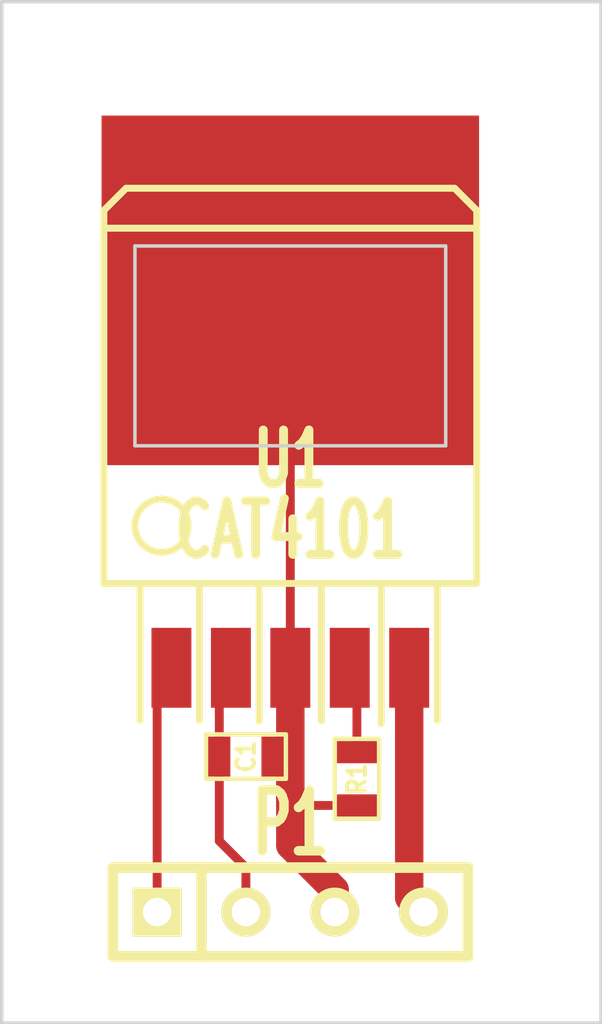
<source format=kicad_pcb>
(kicad_pcb (version 3) (host pcbnew "(22-Jun-2014 BZR 4027)-stable")

  (general
    (links 9)
    (no_connects 0)
    (area 43.764999 22.809999 61.010001 52.120001)
    (thickness 1.6)
    (drawings 8)
    (tracks 21)
    (zones 0)
    (modules 4)
    (nets 6)
  )

  (page A3)
  (layers
    (15 F.Cu signal)
    (0 B.Cu signal)
    (16 B.Adhes user)
    (17 F.Adhes user)
    (18 B.Paste user)
    (19 F.Paste user)
    (20 B.SilkS user)
    (21 F.SilkS user)
    (22 B.Mask user)
    (23 F.Mask user)
    (24 Dwgs.User user)
    (25 Cmts.User user)
    (26 Eco1.User user)
    (27 Eco2.User user)
    (28 Edge.Cuts user)
  )

  (setup
    (last_trace_width 0.3048)
    (trace_clearance 0.254)
    (zone_clearance 0.508)
    (zone_45_only no)
    (trace_min 0.254)
    (segment_width 0.2)
    (edge_width 0.1)
    (via_size 0.889)
    (via_drill 0.635)
    (via_min_size 0.889)
    (via_min_drill 0.508)
    (uvia_size 0.508)
    (uvia_drill 0.127)
    (uvias_allowed no)
    (uvia_min_size 0.508)
    (uvia_min_drill 0.127)
    (pcb_text_width 0.3)
    (pcb_text_size 1.5 1.5)
    (mod_edge_width 0.15)
    (mod_text_size 1 1)
    (mod_text_width 0.15)
    (pad_size 1.5 1.5)
    (pad_drill 0.6)
    (pad_to_mask_clearance 0)
    (aux_axis_origin 0 0)
    (visible_elements FFFFFFBF)
    (pcbplotparams
      (layerselection 3178497)
      (usegerberextensions true)
      (excludeedgelayer true)
      (linewidth 0.150000)
      (plotframeref false)
      (viasonmask false)
      (mode 1)
      (useauxorigin false)
      (hpglpennumber 1)
      (hpglpenspeed 20)
      (hpglpendiameter 15)
      (hpglpenoverlay 2)
      (psnegative false)
      (psa4output false)
      (plotreference true)
      (plotvalue true)
      (plotothertext true)
      (plotinvisibletext false)
      (padsonsilk false)
      (subtractmaskfromsilk false)
      (outputformat 1)
      (mirror false)
      (drillshape 1)
      (scaleselection 1)
      (outputdirectory ""))
  )

  (net 0 "")
  (net 1 /LED)
  (net 2 /PWM)
  (net 3 GND)
  (net 4 N-000001)
  (net 5 VCC)

  (net_class Default "This is the default net class."
    (clearance 0.254)
    (trace_width 0.3048)
    (via_dia 0.889)
    (via_drill 0.635)
    (uvia_dia 0.508)
    (uvia_drill 0.127)
    (add_net "")
    (add_net /PWM)
    (add_net GND)
    (add_net N-000001)
    (add_net VCC)
  )

  (net_class HIGHPWR ""
    (clearance 0.254)
    (trace_width 0.8128)
    (via_dia 0.889)
    (via_drill 0.635)
    (uvia_dia 0.508)
    (uvia_drill 0.127)
    (add_net /LED)
  )

  (module TO263-5 (layer F.Cu) (tedit 4FBE28E0) (tstamp 581E69AB)
    (at 52.07 41.91)
    (path /581E689D)
    (attr smd)
    (fp_text reference U1 (at 0 -5.969) (layer F.SilkS)
      (effects (font (size 1.524 1.016) (thickness 0.254)))
    )
    (fp_text value CAT4101 (at 0 -3.937) (layer F.SilkS)
      (effects (font (size 1.524 1.016) (thickness 0.254)))
    )
    (fp_line (start 4.20116 -2.4003) (end 4.20116 1.50114) (layer F.SilkS) (width 0.19812))
    (fp_line (start 2.60096 -2.4003) (end 2.60096 1.6002) (layer F.SilkS) (width 0.19812))
    (fp_line (start -4.30022 -2.4003) (end -4.30022 1.50114) (layer F.SilkS) (width 0.19812))
    (fp_line (start -2.60096 -2.4003) (end -2.60096 1.50114) (layer F.SilkS) (width 0.19812))
    (fp_line (start -0.889 -2.413) (end -0.889 1.524) (layer F.SilkS) (width 0.19812))
    (fp_line (start 0.889 1.524) (end 0.889 -2.413) (layer F.SilkS) (width 0.19812))
    (fp_circle (center -3.683 -4.064) (end -3.683 -3.302) (layer F.SilkS) (width 0.19812))
    (fp_line (start -5.334 -2.413) (end -5.334 -13.081) (layer F.SilkS) (width 0.19812))
    (fp_line (start -5.334 -13.081) (end -4.699 -13.716) (layer F.SilkS) (width 0.19812))
    (fp_line (start -4.699 -13.716) (end 4.318 -13.716) (layer F.SilkS) (width 0.19812))
    (fp_line (start 4.318 -13.716) (end 4.572 -13.716) (layer F.SilkS) (width 0.19812))
    (fp_line (start 4.572 -13.716) (end 4.699 -13.716) (layer F.SilkS) (width 0.19812))
    (fp_line (start 4.699 -13.716) (end 5.334 -13.081) (layer F.SilkS) (width 0.19812))
    (fp_line (start 5.334 -13.081) (end 5.334 -2.413) (layer F.SilkS) (width 0.19812))
    (fp_line (start -5.334 -2.413) (end 5.334 -2.413) (layer F.SilkS) (width 0.19812))
    (fp_line (start 5.334 -12.573) (end -5.334 -12.573) (layer F.SilkS) (width 0.19812))
    (pad 2 smd rect (at -1.69926 0) (size 1.143 2.286)
      (layers F.Cu F.Paste F.Mask)
      (net 5 VCC)
    )
    (pad 3 smd rect (at 0 -10.795) (size 10.80008 9.99998)
      (layers F.Cu F.Paste F.Mask)
      (net 3 GND)
    )
    (pad 4 smd rect (at 1.69926 0) (size 1.143 2.286)
      (layers F.Cu F.Paste F.Mask)
      (net 4 N-000001)
    )
    (pad 3 smd rect (at 0 0) (size 1.143 2.286)
      (layers F.Cu F.Paste F.Mask)
      (net 3 GND)
    )
    (pad 1 smd rect (at -3.40106 0) (size 1.143 2.286)
      (layers F.Cu F.Paste F.Mask)
      (net 2 /PWM)
    )
    (pad 5 smd rect (at 3.40106 0) (size 1.143 2.286)
      (layers F.Cu F.Paste F.Mask)
      (net 1 /LED)
    )
  )

  (module SM0603 (layer F.Cu) (tedit 581E743B) (tstamp 581F150F)
    (at 53.975 45.085 270)
    (path /581E730F)
    (attr smd)
    (fp_text reference R1 (at 0 0 270) (layer F.SilkS)
      (effects (font (size 0.508 0.4572) (thickness 0.1143)))
    )
    (fp_text value 549R (at 0 0 270) (layer F.SilkS) hide
      (effects (font (size 0.508 0.4572) (thickness 0.1143)))
    )
    (fp_line (start -1.143 -0.635) (end 1.143 -0.635) (layer F.SilkS) (width 0.127))
    (fp_line (start 1.143 -0.635) (end 1.143 0.635) (layer F.SilkS) (width 0.127))
    (fp_line (start 1.143 0.635) (end -1.143 0.635) (layer F.SilkS) (width 0.127))
    (fp_line (start -1.143 0.635) (end -1.143 -0.635) (layer F.SilkS) (width 0.127))
    (pad 1 smd rect (at -0.762 0 270) (size 0.635 1.143)
      (layers F.Cu F.Paste F.Mask)
      (net 4 N-000001)
    )
    (pad 2 smd rect (at 0.762 0 270) (size 0.635 1.143)
      (layers F.Cu F.Paste F.Mask)
      (net 3 GND)
    )
    (model smd\resistors\R0603.wrl
      (at (xyz 0 0 0.001))
      (scale (xyz 0.5 0.5 0.5))
      (rotate (xyz 0 0 0))
    )
  )

  (module SIL-4 (layer F.Cu) (tedit 200000) (tstamp 581F151E)
    (at 52.07 48.895)
    (descr "Connecteur 4 pibs")
    (tags "CONN DEV")
    (path /581E72CB)
    (fp_text reference P1 (at 0 -2.54) (layer F.SilkS)
      (effects (font (size 1.73482 1.08712) (thickness 0.3048)))
    )
    (fp_text value CONN_4 (at 0 -2.54) (layer F.SilkS) hide
      (effects (font (size 1.524 1.016) (thickness 0.3048)))
    )
    (fp_line (start -5.08 -1.27) (end -5.08 -1.27) (layer F.SilkS) (width 0.3048))
    (fp_line (start -5.08 1.27) (end -5.08 -1.27) (layer F.SilkS) (width 0.3048))
    (fp_line (start -5.08 -1.27) (end -5.08 -1.27) (layer F.SilkS) (width 0.3048))
    (fp_line (start -5.08 -1.27) (end 5.08 -1.27) (layer F.SilkS) (width 0.3048))
    (fp_line (start 5.08 -1.27) (end 5.08 1.27) (layer F.SilkS) (width 0.3048))
    (fp_line (start 5.08 1.27) (end -5.08 1.27) (layer F.SilkS) (width 0.3048))
    (fp_line (start -2.54 1.27) (end -2.54 -1.27) (layer F.SilkS) (width 0.3048))
    (pad 1 thru_hole rect (at -3.81 0) (size 1.397 1.397) (drill 0.8128)
      (layers *.Cu *.Mask F.SilkS)
      (net 2 /PWM)
    )
    (pad 2 thru_hole circle (at -1.27 0) (size 1.397 1.397) (drill 0.8128)
      (layers *.Cu *.Mask F.SilkS)
      (net 5 VCC)
    )
    (pad 3 thru_hole circle (at 1.27 0) (size 1.397 1.397) (drill 0.8128)
      (layers *.Cu *.Mask F.SilkS)
      (net 3 GND)
    )
    (pad 4 thru_hole circle (at 3.81 0) (size 1.397 1.397) (drill 0.8128)
      (layers *.Cu *.Mask F.SilkS)
      (net 1 /LED)
    )
  )

  (module SM0603 (layer F.Cu) (tedit 581E741F) (tstamp 581E6A7A)
    (at 50.8 44.45)
    (path /581E69D0)
    (attr smd)
    (fp_text reference C1 (at 0 0 90) (layer F.SilkS)
      (effects (font (size 0.508 0.4572) (thickness 0.1143)))
    )
    (fp_text value 10n (at 0 0) (layer F.SilkS) hide
      (effects (font (size 0.508 0.4572) (thickness 0.1143)))
    )
    (fp_line (start -1.143 -0.635) (end 1.143 -0.635) (layer F.SilkS) (width 0.127))
    (fp_line (start 1.143 -0.635) (end 1.143 0.635) (layer F.SilkS) (width 0.127))
    (fp_line (start 1.143 0.635) (end -1.143 0.635) (layer F.SilkS) (width 0.127))
    (fp_line (start -1.143 0.635) (end -1.143 -0.635) (layer F.SilkS) (width 0.127))
    (pad 1 smd rect (at -0.762 0) (size 0.635 1.143)
      (layers F.Cu F.Paste F.Mask)
      (net 5 VCC)
    )
    (pad 2 smd rect (at 0.762 0) (size 0.635 1.143)
      (layers F.Cu F.Paste F.Mask)
      (net 3 GND)
    )
    (model smd\resistors\R0603.wrl
      (at (xyz 0 0 0.001))
      (scale (xyz 0.5 0.5 0.5))
      (rotate (xyz 0 0 0))
    )
  )

  (gr_line (start 47.625 29.845) (end 47.625 35.56) (angle 90) (layer Edge.Cuts) (width 0.1))
  (gr_line (start 56.515 29.845) (end 56.515 35.56) (angle 90) (layer Edge.Cuts) (width 0.1))
  (gr_line (start 56.515 35.56) (end 47.625 35.56) (angle 90) (layer Edge.Cuts) (width 0.1))
  (gr_line (start 47.625 29.845) (end 56.515 29.845) (angle 90) (layer Edge.Cuts) (width 0.1))
  (gr_line (start 43.815 52.07) (end 43.815 22.86) (angle 90) (layer Edge.Cuts) (width 0.1))
  (gr_line (start 60.96 52.07) (end 43.815 52.07) (angle 90) (layer Edge.Cuts) (width 0.1))
  (gr_line (start 60.96 22.86) (end 60.96 52.07) (angle 90) (layer Edge.Cuts) (width 0.1))
  (gr_line (start 43.815 22.86) (end 60.96 22.86) (angle 90) (layer Edge.Cuts) (width 0.1))

  (segment (start 55.47106 41.91) (end 55.47106 48.48606) (width 0.8128) (layer F.Cu) (net 1))
  (segment (start 55.47106 48.48606) (end 55.88 48.895) (width 0.8128) (layer F.Cu) (net 1) (tstamp 582086D0))
  (segment (start 48.26 48.895) (end 48.26 42.31894) (width 0.254) (layer F.Cu) (net 2))
  (segment (start 48.26 42.31894) (end 48.66894 41.91) (width 0.254) (layer F.Cu) (net 2) (tstamp 582086C4))
  (segment (start 53.34 48.895) (end 53.34 48.26) (width 0.8128) (layer F.Cu) (net 3))
  (segment (start 53.34 48.26) (end 52.07 46.99) (width 0.8128) (layer F.Cu) (net 3) (tstamp 582086AD))
  (segment (start 52.07 46.99) (end 52.07 45.847) (width 0.8128) (layer F.Cu) (net 3) (tstamp 582086AE))
  (segment (start 51.562 44.45) (end 52.07 44.45) (width 0.254) (layer F.Cu) (net 3))
  (segment (start 52.07 44.45) (end 52.07 45.847) (width 0.8128) (layer F.Cu) (net 3) (tstamp 5820867F))
  (segment (start 53.975 45.847) (end 52.07 45.847) (width 0.254) (layer F.Cu) (net 3))
  (segment (start 52.07 45.847) (end 52.07 45.72) (width 0.254) (layer F.Cu) (net 3) (tstamp 5820867A))
  (segment (start 52.07 44.45) (end 51.562 44.45) (width 0.254) (layer F.Cu) (net 3) (tstamp 58208677))
  (segment (start 52.07 45.72) (end 52.07 41.91) (width 0.8128) (layer F.Cu) (net 3) (tstamp 5820867D))
  (segment (start 52.07 41.91) (end 52.07 31.115) (width 0.254) (layer F.Cu) (net 3))
  (segment (start 53.975 44.323) (end 53.975 42.11574) (width 0.254) (layer F.Cu) (net 4))
  (segment (start 53.975 42.11574) (end 53.76926 41.91) (width 0.254) (layer F.Cu) (net 4) (tstamp 58208682))
  (segment (start 50.8 48.895) (end 50.8 47.625) (width 0.254) (layer F.Cu) (net 5))
  (segment (start 50.038 46.863) (end 50.038 44.45) (width 0.254) (layer F.Cu) (net 5) (tstamp 582086C8))
  (segment (start 50.8 47.625) (end 50.038 46.863) (width 0.254) (layer F.Cu) (net 5) (tstamp 582086C7))
  (segment (start 50.038 44.45) (end 50.038 42.24274) (width 0.254) (layer F.Cu) (net 5))
  (segment (start 50.038 42.24274) (end 50.37074 41.91) (width 0.254) (layer F.Cu) (net 5) (tstamp 5820866D))

)

</source>
